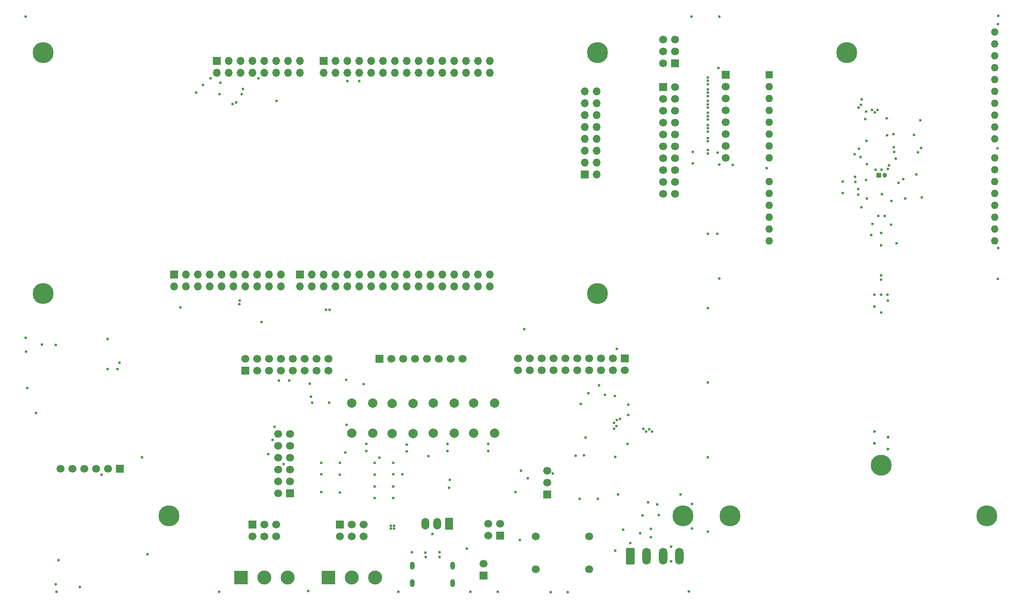
<source format=gbs>
%TF.GenerationSoftware,KiCad,Pcbnew,9.0.1*%
%TF.CreationDate,2025-04-25T11:11:11+02:00*%
%TF.ProjectId,voicemail-box,766f6963-656d-4616-996c-2d626f782e6b,rev?*%
%TF.SameCoordinates,PX5f5e100PY5f5e100*%
%TF.FileFunction,Soldermask,Bot*%
%TF.FilePolarity,Negative*%
%FSLAX45Y45*%
G04 Gerber Fmt 4.5, Leading zero omitted, Abs format (unit mm)*
G04 Created by KiCad (PCBNEW 9.0.1) date 2025-04-25 11:11:11*
%MOMM*%
%LPD*%
G01*
G04 APERTURE LIST*
G04 Aperture macros list*
%AMRoundRect*
0 Rectangle with rounded corners*
0 $1 Rounding radius*
0 $2 $3 $4 $5 $6 $7 $8 $9 X,Y pos of 4 corners*
0 Add a 4 corners polygon primitive as box body*
4,1,4,$2,$3,$4,$5,$6,$7,$8,$9,$2,$3,0*
0 Add four circle primitives for the rounded corners*
1,1,$1+$1,$2,$3*
1,1,$1+$1,$4,$5*
1,1,$1+$1,$6,$7*
1,1,$1+$1,$8,$9*
0 Add four rect primitives between the rounded corners*
20,1,$1+$1,$2,$3,$4,$5,0*
20,1,$1+$1,$4,$5,$6,$7,0*
20,1,$1+$1,$6,$7,$8,$9,0*
20,1,$1+$1,$8,$9,$2,$3,0*%
G04 Aperture macros list end*
%ADD10C,0.300000*%
%ADD11C,2.000000*%
%ADD12R,1.700000X1.700000*%
%ADD13C,1.700000*%
%ADD14R,3.000000X3.000000*%
%ADD15C,3.000000*%
%ADD16O,1.700000X1.700000*%
%ADD17O,1.000000X1.700000*%
%ADD18R,1.700000X2.500000*%
%ADD19O,1.700000X2.500000*%
%ADD20RoundRect,0.250000X-0.650000X-1.550000X0.650000X-1.550000X0.650000X1.550000X-0.650000X1.550000X0*%
%ADD21O,1.800000X3.600000*%
%ADD22R,1.000000X1.000000*%
%ADD23C,1.000000*%
%ADD24R,1.600000X1.600000*%
%ADD25O,1.600000X1.600000*%
%ADD26C,0.600000*%
%ADD27C,4.500000*%
G04 APERTURE END LIST*
D10*
X11611900Y-944400D02*
G75*
G02*
X11581900Y-944400I-15000J0D01*
G01*
X11581900Y-944400D02*
G75*
G02*
X11611900Y-944400I15000J0D01*
G01*
X11900550Y-816450D02*
G75*
G02*
X11870550Y-816450I-15000J0D01*
G01*
X11870550Y-816450D02*
G75*
G02*
X11900550Y-816450I15000J0D01*
G01*
X11611450Y-692350D02*
G75*
G02*
X11581450Y-692350I-15000J0D01*
G01*
X11581450Y-692350D02*
G75*
G02*
X11611450Y-692350I15000J0D01*
G01*
X11901000Y-1068500D02*
G75*
G02*
X11871000Y-1068500I-15000J0D01*
G01*
X11871000Y-1068500D02*
G75*
G02*
X11901000Y-1068500I15000J0D01*
G01*
D11*
%TO.C,SW802*%
X1270000Y-740000D03*
X1270000Y-90000D03*
X1720000Y-740000D03*
X1720000Y-90000D03*
%TD*%
D12*
%TO.C,J104*%
X6250000Y870000D03*
D13*
X6250000Y616000D03*
X5996000Y870000D03*
X5996000Y616000D03*
X5742000Y870000D03*
X5742000Y616000D03*
X5488000Y870000D03*
X5488000Y616000D03*
X5234000Y870000D03*
X5234000Y616000D03*
X4980000Y870000D03*
X4980000Y616000D03*
X4726000Y870000D03*
X4726000Y616000D03*
X4472000Y870000D03*
X4472000Y616000D03*
X4218000Y870000D03*
X4218000Y616000D03*
X3964000Y870000D03*
X3964000Y616000D03*
%TD*%
D12*
%TO.C,J801*%
X1000000Y860000D03*
D13*
X1254000Y860000D03*
X1508000Y860000D03*
X1762000Y860000D03*
X2016000Y860000D03*
X2270000Y860000D03*
X2524000Y860000D03*
X2778000Y860000D03*
%TD*%
D12*
%TO.C,J601*%
X3587500Y-2917500D03*
D13*
X3333500Y-2917500D03*
X3587500Y-2663500D03*
X3333500Y-2663500D03*
%TD*%
D14*
%TO.C,RV801*%
X-90000Y-3820000D03*
D15*
X410000Y-3820000D03*
X910000Y-3820000D03*
%TD*%
D13*
%TO.C,J605*%
X4350000Y-3640000D03*
X4350000Y-2940000D03*
%TD*%
D11*
%TO.C,SW803*%
X2150000Y-730000D03*
X2150000Y-80000D03*
X2600000Y-730000D03*
X2600000Y-80000D03*
%TD*%
D12*
%TO.C,CN205*%
X-697401Y2664250D03*
D16*
X-697401Y2410250D03*
X-443401Y2664250D03*
X-443401Y2410250D03*
X-189401Y2664250D03*
X-189401Y2410250D03*
X64599Y2664250D03*
X64599Y2410250D03*
X318599Y2664250D03*
X318599Y2410250D03*
X572599Y2664250D03*
X572599Y2410250D03*
X826599Y2664250D03*
X826599Y2410250D03*
X1080599Y2664250D03*
X1080599Y2410250D03*
X1334599Y2664250D03*
X1334599Y2410250D03*
X1588599Y2664250D03*
X1588599Y2410250D03*
X1842599Y2664250D03*
X1842599Y2410250D03*
X2096599Y2664250D03*
X2096599Y2410250D03*
X2350599Y2664250D03*
X2350599Y2410250D03*
X2604599Y2664250D03*
X2604599Y2410250D03*
X2858599Y2664250D03*
X2858599Y2410250D03*
X3112599Y2664250D03*
X3112599Y2410250D03*
X3366599Y2664250D03*
X3366599Y2410250D03*
%TD*%
D12*
%TO.C,MK601*%
X3229994Y-3777000D03*
D13*
X3229994Y-3523000D03*
%TD*%
D12*
%TO.C,CN201*%
X5400000Y4810000D03*
D16*
X5654000Y4810000D03*
X5400000Y5064000D03*
X5654000Y5064000D03*
X5400000Y5318000D03*
X5654000Y5318000D03*
X5400000Y5572000D03*
X5654000Y5572000D03*
X5400000Y5826000D03*
X5654000Y5826000D03*
X5400000Y6080000D03*
X5654000Y6080000D03*
X5400000Y6334000D03*
X5654000Y6334000D03*
X5400000Y6588000D03*
X5654000Y6588000D03*
%TD*%
D14*
%TO.C,RV802*%
X-1960000Y-3820000D03*
D15*
X-1460000Y-3820000D03*
X-960000Y-3820000D03*
%TD*%
D12*
%TO.C,J102*%
X7326000Y7190000D03*
D13*
X7072000Y7190000D03*
X7326000Y7444000D03*
X7072000Y7444000D03*
X7326000Y7698000D03*
X7072000Y7698000D03*
%TD*%
D17*
%TO.C,J701*%
X1708000Y-3560000D03*
X1708000Y-3940000D03*
X2572000Y-3560000D03*
X2572000Y-3940000D03*
%TD*%
D12*
%TO.C,J802*%
X156000Y-2681000D03*
D13*
X156000Y-2935000D03*
X410000Y-2681000D03*
X410000Y-2935000D03*
X664000Y-2681000D03*
X664000Y-2935000D03*
%TD*%
D12*
%TO.C,J103*%
X-1868000Y606000D03*
D13*
X-1868000Y860000D03*
X-1614000Y606000D03*
X-1614000Y860000D03*
X-1360000Y606000D03*
X-1360000Y860000D03*
X-1106000Y606000D03*
X-1106000Y860000D03*
X-852000Y606000D03*
X-852000Y860000D03*
X-598000Y606000D03*
X-598000Y860000D03*
X-344000Y606000D03*
X-344000Y860000D03*
X-90000Y606000D03*
X-90000Y860000D03*
%TD*%
D11*
%TO.C,SW804*%
X3020000Y-730000D03*
X3020000Y-80000D03*
X3470000Y-730000D03*
X3470000Y-80000D03*
%TD*%
D12*
%TO.C,J105*%
X8413000Y6942000D03*
D13*
X8413000Y6688000D03*
X8413000Y6434000D03*
X8413000Y6180000D03*
X8413000Y5926000D03*
X8413000Y5672000D03*
X8413000Y5418000D03*
X8413000Y5164000D03*
%TD*%
D18*
%TO.C,U701*%
X2490000Y-2669750D03*
D19*
X2236000Y-2669750D03*
X1982000Y-2669750D03*
%TD*%
D20*
%TO.C,J603*%
X6370500Y-3356750D03*
D21*
X6720500Y-3356750D03*
X7070500Y-3356750D03*
X7420500Y-3356750D03*
%TD*%
D11*
%TO.C,SW801*%
X410000Y-730000D03*
X410000Y-80000D03*
X860000Y-730000D03*
X860000Y-80000D03*
%TD*%
D12*
%TO.C,CN203*%
X-189401Y7236250D03*
D16*
X-189401Y6982250D03*
X64599Y7236250D03*
X64599Y6982250D03*
X318599Y7236250D03*
X318599Y6982250D03*
X572599Y7236250D03*
X572599Y6982250D03*
X826599Y7236250D03*
X826599Y6982250D03*
X1080599Y7236250D03*
X1080599Y6982250D03*
X1334599Y7236250D03*
X1334599Y6982250D03*
X1588599Y7236250D03*
X1588599Y6982250D03*
X1842599Y7236250D03*
X1842599Y6982250D03*
X2096599Y7236250D03*
X2096599Y6982250D03*
X2350599Y7236250D03*
X2350599Y6982250D03*
X2604599Y7236250D03*
X2604599Y6982250D03*
X2858599Y7236250D03*
X2858599Y6982250D03*
X3112599Y7236250D03*
X3112599Y6982250D03*
X3366599Y7236250D03*
X3366599Y6982250D03*
%TD*%
D13*
%TO.C,J602*%
X5490000Y-3640000D03*
X5490000Y-2940000D03*
%TD*%
D12*
%TO.C,J301*%
X-914900Y-2018388D03*
D13*
X-1168900Y-2018388D03*
X-914900Y-1764388D03*
X-1168900Y-1764388D03*
X-914900Y-1510388D03*
X-1168900Y-1510388D03*
X-914900Y-1256388D03*
X-1168900Y-1256388D03*
X-914900Y-1002388D03*
X-1168900Y-1002388D03*
X-914900Y-748388D03*
X-1168900Y-748388D03*
%TD*%
D12*
%TO.C,J303*%
X-4554000Y-1490000D03*
D13*
X-4808000Y-1490000D03*
X-5062000Y-1490000D03*
X-5316000Y-1490000D03*
X-5570000Y-1490000D03*
X-5824000Y-1490000D03*
%TD*%
D12*
%TO.C,CN202*%
X-2475401Y7236250D03*
D16*
X-2475401Y6982250D03*
X-2221401Y7236250D03*
X-2221401Y6982250D03*
X-1967401Y7236250D03*
X-1967401Y6982250D03*
X-1713401Y7236250D03*
X-1713401Y6982250D03*
X-1459401Y7236250D03*
X-1459401Y6982250D03*
X-1205401Y7236250D03*
X-1205401Y6982250D03*
X-951401Y7236250D03*
X-951401Y6982250D03*
X-697401Y7236250D03*
X-697401Y6982250D03*
%TD*%
D22*
%TO.C,J501*%
X11690000Y4796000D03*
D23*
X11817000Y4796000D03*
%TD*%
D12*
%TO.C,CN204*%
X-3389801Y2664250D03*
D16*
X-3389801Y2410250D03*
X-3135801Y2664250D03*
X-3135801Y2410250D03*
X-2881801Y2664250D03*
X-2881801Y2410250D03*
X-2627801Y2664250D03*
X-2627801Y2410250D03*
X-2373801Y2664250D03*
X-2373801Y2410250D03*
X-2119801Y2664250D03*
X-2119801Y2410250D03*
X-1865801Y2664250D03*
X-1865801Y2410250D03*
X-1611801Y2664250D03*
X-1611801Y2410250D03*
X-1357801Y2664250D03*
X-1357801Y2410250D03*
X-1103801Y2664250D03*
X-1103801Y2410250D03*
%TD*%
D12*
%TO.C,J803*%
X-1714000Y-2681000D03*
D13*
X-1714000Y-2935000D03*
X-1460000Y-2681000D03*
X-1460000Y-2935000D03*
X-1206000Y-2681000D03*
X-1206000Y-2935000D03*
%TD*%
D12*
%TO.C,J604*%
X4590000Y-2040000D03*
D13*
X4590000Y-1786000D03*
X4590000Y-1532000D03*
%TD*%
D12*
%TO.C,J106*%
X7072000Y6682000D03*
D13*
X7326000Y6682000D03*
X7072000Y6428000D03*
X7326000Y6428000D03*
X7072000Y6174000D03*
X7326000Y6174000D03*
X7072000Y5920000D03*
X7326000Y5920000D03*
X7072000Y5666000D03*
X7326000Y5666000D03*
X7072000Y5412000D03*
X7326000Y5412000D03*
X7072000Y5158000D03*
X7326000Y5158000D03*
X7072000Y4904000D03*
X7326000Y4904000D03*
X7072000Y4650000D03*
X7326000Y4650000D03*
X7072000Y4396000D03*
X7326000Y4396000D03*
%TD*%
D24*
%TO.C,A101*%
X9340000Y6942000D03*
D25*
X9340000Y6688000D03*
X9340000Y6434000D03*
X9340000Y6180000D03*
X9340000Y5926000D03*
X9340000Y5672000D03*
X9340000Y5418000D03*
X9340000Y5164000D03*
X9340000Y4656000D03*
X9340000Y4402000D03*
X9340000Y4148000D03*
X9340000Y3894000D03*
X9340000Y3640000D03*
X9340000Y3386000D03*
X14166000Y3386000D03*
X14166000Y3640000D03*
X14166000Y3894000D03*
X14166000Y4148000D03*
X14166000Y4402000D03*
X14166000Y4656000D03*
X14166000Y4910000D03*
X14166000Y5164000D03*
X14166000Y5570000D03*
X14166000Y5824000D03*
X14166000Y6078000D03*
X14166000Y6332000D03*
X14166000Y6586000D03*
X14166000Y6840000D03*
X14166000Y7094000D03*
X14166000Y7348000D03*
X14166000Y7602000D03*
X14166000Y7856000D03*
%TD*%
D26*
X-1150000Y395800D03*
X-1240000Y-590000D03*
X-1280000Y-875000D03*
X-1375000Y-1175000D03*
X-925000Y395000D03*
X-485000Y330000D03*
X-465000Y55000D03*
X295000Y415000D03*
X660000Y320000D03*
X300000Y-550000D03*
X1490000Y-1605000D03*
X2055000Y-1215000D03*
X275000Y-1145000D03*
X-1590000Y6870000D03*
X-2610000Y6865000D03*
X-2400000Y6775000D03*
X-1915000Y6640000D03*
X-2770000Y6720000D03*
X7695000Y-2765000D03*
X7695000Y-2245000D03*
X7710000Y5045000D03*
X7710000Y5290000D03*
X11530000Y3510000D03*
X9295000Y4945000D03*
X11400000Y5997400D03*
X12595000Y5375000D03*
X12005000Y5675000D03*
X11865000Y5645000D03*
X12575000Y5970000D03*
X11855000Y6010000D03*
X12445000Y5655000D03*
X10920000Y4411250D03*
X11550000Y3750000D03*
X11740000Y3555000D03*
X11950000Y3735000D03*
X12215000Y4710000D03*
X11190000Y4650000D03*
X11420000Y4690000D03*
X14245000Y8205000D03*
X14240000Y8025000D03*
X14225000Y5370000D03*
X14245000Y3235000D03*
X14235000Y2575000D03*
X8275000Y2585000D03*
X8230000Y3540000D03*
X8565000Y5015000D03*
X8275000Y5020000D03*
X8240000Y5275000D03*
X8260000Y7090000D03*
X8275000Y8190000D03*
X7685000Y8190000D03*
X-2430000Y-4120000D03*
X-525000Y-4105000D03*
X1410000Y-4125000D03*
X2950000Y-4125000D03*
X3535000Y-4120000D03*
X4670000Y-4130000D03*
X-6565000Y8185000D03*
X-6565000Y1315000D03*
X-6560000Y1020000D03*
X-6535000Y240000D03*
X-6350000Y-300000D03*
X-5905000Y-4120000D03*
X5035000Y-4130000D03*
X7620000Y-4115000D03*
X8030000Y-2835000D03*
X8030000Y-1245000D03*
X8030000Y355000D03*
X8030000Y1950000D03*
X8030000Y3540000D03*
X8030000Y5332000D03*
X8030000Y5260000D03*
X8030000Y5518000D03*
X8030000Y5590000D03*
X8030000Y5728000D03*
X8030000Y5800000D03*
X8030000Y5872000D03*
X8030000Y5983000D03*
X8030000Y6055000D03*
X8030000Y6127000D03*
X8030000Y6238000D03*
X8030000Y6310000D03*
X8030000Y6382000D03*
X8030000Y6489000D03*
X8030000Y6560000D03*
X8030000Y6633000D03*
X8030000Y6815000D03*
X8030000Y6743000D03*
X8030000Y6887000D03*
X570000Y6805000D03*
X315000Y6805000D03*
X6148536Y-419539D03*
X905000Y-2120000D03*
X905000Y-1870000D03*
X905000Y-1615000D03*
X905000Y-1360000D03*
X155000Y-1360000D03*
X155000Y-1615000D03*
X155000Y-1995000D03*
X1299375Y-2120000D03*
X1250000Y-2770000D03*
X1250000Y-2705000D03*
X10917658Y4655793D03*
X11738000Y2649000D03*
X11738000Y2560000D03*
X4012000Y-3013000D03*
X5677000Y-2132000D03*
X7245000Y-3160000D03*
X7246000Y-3474000D03*
X6581000Y-2871000D03*
X6371000Y-3084000D03*
X6218000Y-2797000D03*
X6052000Y-3240000D03*
X-1042000Y-1384000D03*
X-5922000Y1160000D03*
X-6220000Y1165000D03*
X-4560000Y783000D03*
X-5863000Y-3443000D03*
X-4940000Y-1619000D03*
D27*
X5665000Y2260000D03*
X14000000Y-2500000D03*
X7500000Y-2500000D03*
X-3500000Y-2500000D03*
X-6195000Y2260000D03*
X11000000Y7420000D03*
X11741000Y-1414400D03*
X8500000Y-2500000D03*
X-6195000Y7420000D03*
X5670000Y7420000D03*
D26*
X11623400Y4910047D03*
X1299375Y-1360000D03*
X11300147Y5181500D03*
X-239375Y-1610000D03*
X1589375Y-1120000D03*
X5415625Y-820000D03*
X1700000Y-3274375D03*
X-239375Y-1360000D03*
X6105625Y-2040000D03*
X3329375Y-1110000D03*
X719375Y-1110000D03*
X6324375Y-120000D03*
X2459375Y-1110000D03*
X4035625Y-1530000D03*
X-5920000Y-3957875D03*
X11243500Y4500000D03*
X6984375Y-2480000D03*
X5477250Y129875D03*
X11879486Y4931337D03*
X2140000Y-2885625D03*
X3915625Y-1990000D03*
X5201000Y-1211000D03*
X6050000Y-1234375D03*
X7444375Y-2043825D03*
X11755000Y4387500D03*
X-4600000Y644375D03*
X-3955625Y-3319500D03*
X5285625Y-2130000D03*
X11169629Y5240982D03*
X12611000Y4320000D03*
X12495573Y4813074D03*
X2494375Y-1900000D03*
X-4074000Y-1240625D03*
X11681000Y3922500D03*
X6810000Y-2955625D03*
X2874375Y-3200000D03*
X6635625Y-2487500D03*
X1990000Y-3380000D03*
X1000000Y-1251250D03*
X2459375Y-960000D03*
X1988127Y-3288243D03*
X2290000Y-3280000D03*
X-440000Y-75625D03*
X6950539Y-2252172D03*
X2290000Y-3380000D03*
X-70000Y-75625D03*
X719375Y-960000D03*
X6810000Y-2776250D03*
X1589375Y-970000D03*
X3329375Y-960000D03*
X1298125Y-1870000D03*
X5380000Y-1200000D03*
X1299375Y-1610000D03*
X1317000Y-2705000D03*
X-2414375Y6530000D03*
X-4810000Y644375D03*
X-3260000Y1964375D03*
X5315614Y-101761D03*
X11429250Y5532500D03*
X-1945625Y6530000D03*
X6310000Y-960000D03*
X-1200000Y6385625D03*
X-239375Y-1990000D03*
X6330000Y-340000D03*
X-5405625Y-4020000D03*
X-4810000Y1284375D03*
X1315000Y-2770000D03*
X11261000Y5357500D03*
X12523500Y5285000D03*
X6086000Y1074000D03*
X11420700Y6152500D03*
X11255000Y6240000D03*
X11660900Y6189680D03*
X-2060000Y6350000D03*
X-2137455Y6319800D03*
X11320679Y6420200D03*
X-1520000Y1650000D03*
X4100000Y1500000D03*
X2510000Y-1723750D03*
X6040000Y70000D03*
X-1993305Y2030068D03*
X-60000Y1910000D03*
X-140000Y1910000D03*
X-1990000Y2110000D03*
X5830000Y90000D03*
X5698281Y293282D03*
X11598916Y6135702D03*
X11309978Y6298116D03*
X11540800Y6190680D03*
X4180000Y-1690000D03*
X4711906Y-1590000D03*
X6840206Y-692681D03*
X6019819Y-637706D03*
X6780000Y-640000D03*
X6072500Y-577500D03*
X6652500Y-632500D03*
X6020000Y-510000D03*
X11911448Y5004675D03*
X11435347Y5029000D03*
X11748500Y4910000D03*
X11181000Y4760000D03*
X6712500Y-692500D03*
X6080000Y-450000D03*
X12018379Y5291637D03*
X11316000Y4110000D03*
X12256625Y4293608D03*
X12013500Y5391500D03*
X12072500Y3340000D03*
X11742500Y3297500D03*
X11886000Y-1068500D03*
X11742600Y1857400D03*
X11741000Y2231500D03*
X11595300Y1982400D03*
X11889000Y-815000D03*
X11596450Y-692600D03*
X11873510Y2232400D03*
X11596900Y-944400D03*
X11595990Y2232400D03*
X11885800Y2107400D03*
X11243500Y4380000D03*
X12113426Y4629744D03*
X11818500Y3922500D03*
X11960912Y4242400D03*
X11433809Y4296587D03*
X12053426Y5144927D03*
X-2914432Y6560000D03*
X6750000Y-2213000D03*
M02*

</source>
